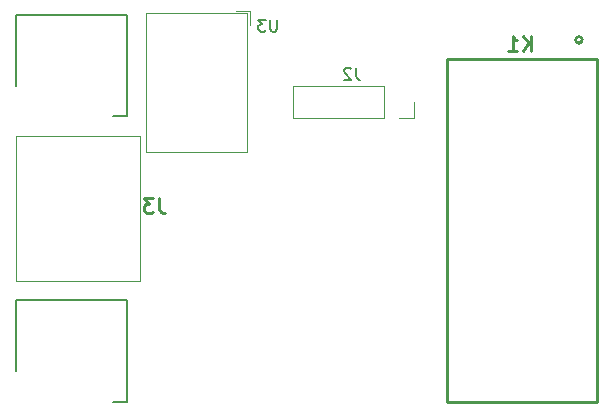
<source format=gbo>
%TF.GenerationSoftware,KiCad,Pcbnew,(5.1.10)-1*%
%TF.CreationDate,2022-04-04T21:04:04+02:00*%
%TF.ProjectId,Quickshifter3,51756963-6b73-4686-9966-746572332e6b,rev?*%
%TF.SameCoordinates,Original*%
%TF.FileFunction,Legend,Bot*%
%TF.FilePolarity,Positive*%
%FSLAX46Y46*%
G04 Gerber Fmt 4.6, Leading zero omitted, Abs format (unit mm)*
G04 Created by KiCad (PCBNEW (5.1.10)-1) date 2022-04-04 21:04:04*
%MOMM*%
%LPD*%
G01*
G04 APERTURE LIST*
%ADD10C,0.120000*%
%ADD11C,0.200000*%
%ADD12C,0.254000*%
%ADD13C,0.100000*%
%ADD14C,0.150000*%
%ADD15O,1.700000X1.700000*%
%ADD16R,1.700000X1.700000*%
%ADD17O,2.300000X1.500000*%
%ADD18R,2.300000X1.500000*%
%ADD19C,2.200000*%
%ADD20R,2.200000X2.200000*%
%ADD21C,2.100000*%
%ADD22O,2.500000X1.600000*%
G04 APERTURE END LIST*
D10*
X116135000Y-48605500D02*
X116135000Y-47275500D01*
X114805000Y-48605500D02*
X116135000Y-48605500D01*
X113535000Y-48605500D02*
X113535000Y-45945500D01*
X113535000Y-45945500D02*
X105855000Y-45945500D01*
X113535000Y-48605500D02*
X105855000Y-48605500D01*
X105855000Y-48605500D02*
X105855000Y-45945500D01*
X93386000Y-39777000D02*
X93386000Y-51498000D01*
X102006000Y-39777000D02*
X102006000Y-51498000D01*
X93386000Y-39777000D02*
X102006000Y-39777000D01*
X93386000Y-51498000D02*
X102006000Y-51498000D01*
X101006000Y-39537000D02*
X102246000Y-39537000D01*
X102246000Y-39537000D02*
X102246000Y-40777000D01*
D11*
X91798800Y-48491200D02*
X90598800Y-48491200D01*
X91798800Y-39891200D02*
X91798800Y-48491200D01*
X82398800Y-39891200D02*
X91798800Y-39891200D01*
X82398800Y-45891200D02*
X82398800Y-39891200D01*
D12*
X131632500Y-43652000D02*
X118932500Y-43652000D01*
X118932500Y-43652000D02*
X118932500Y-72652000D01*
X118932500Y-72652000D02*
X131632500Y-72652000D01*
X131632500Y-72652000D02*
X131632500Y-43652000D01*
X130353230Y-42023670D02*
G75*
G03*
X130353230Y-42023670I-279400J0D01*
G01*
D11*
X82398800Y-70072000D02*
X82398800Y-64072000D01*
X82398800Y-64072000D02*
X91798800Y-64072000D01*
X91798800Y-64072000D02*
X91798800Y-72672000D01*
X91798800Y-72672000D02*
X90598800Y-72672000D01*
D13*
X92904400Y-50143000D02*
X82404400Y-50143000D01*
X92904400Y-62443000D02*
X92904400Y-50143000D01*
X82404400Y-62443000D02*
X92904400Y-62443000D01*
X82404400Y-50143000D02*
X82404400Y-62443000D01*
D14*
X111201333Y-44378380D02*
X111201333Y-45092666D01*
X111248952Y-45235523D01*
X111344190Y-45330761D01*
X111487047Y-45378380D01*
X111582285Y-45378380D01*
X110772761Y-44473619D02*
X110725142Y-44426000D01*
X110629904Y-44378380D01*
X110391809Y-44378380D01*
X110296571Y-44426000D01*
X110248952Y-44473619D01*
X110201333Y-44568857D01*
X110201333Y-44664095D01*
X110248952Y-44806952D01*
X110820380Y-45378380D01*
X110201333Y-45378380D01*
X104517904Y-40314380D02*
X104517904Y-41123904D01*
X104470285Y-41219142D01*
X104422666Y-41266761D01*
X104327428Y-41314380D01*
X104136952Y-41314380D01*
X104041714Y-41266761D01*
X103994095Y-41219142D01*
X103946476Y-41123904D01*
X103946476Y-40314380D01*
X103565523Y-40314380D02*
X102946476Y-40314380D01*
X103279809Y-40695333D01*
X103136952Y-40695333D01*
X103041714Y-40742952D01*
X102994095Y-40790571D01*
X102946476Y-40885809D01*
X102946476Y-41123904D01*
X102994095Y-41219142D01*
X103041714Y-41266761D01*
X103136952Y-41314380D01*
X103422666Y-41314380D01*
X103517904Y-41266761D01*
X103565523Y-41219142D01*
D12*
X89903323Y-45467866D02*
X90810466Y-45467866D01*
X90991895Y-45407390D01*
X91112847Y-45286438D01*
X91173323Y-45105009D01*
X91173323Y-44984057D01*
X91173323Y-46737866D02*
X91173323Y-46012152D01*
X91173323Y-46375009D02*
X89903323Y-46375009D01*
X90084752Y-46254057D01*
X90205704Y-46133104D01*
X90266180Y-46012152D01*
X126029380Y-42960523D02*
X126029380Y-41690523D01*
X125303666Y-42960523D02*
X125847952Y-42234809D01*
X125303666Y-41690523D02*
X126029380Y-42416238D01*
X124094142Y-42960523D02*
X124819857Y-42960523D01*
X124457000Y-42960523D02*
X124457000Y-41690523D01*
X124577952Y-41871952D01*
X124698904Y-41992904D01*
X124819857Y-42053380D01*
X89903323Y-69648666D02*
X90810466Y-69648666D01*
X90991895Y-69588190D01*
X91112847Y-69467238D01*
X91173323Y-69285809D01*
X91173323Y-69164857D01*
X90326657Y-70797714D02*
X91173323Y-70797714D01*
X89842847Y-70495333D02*
X90749990Y-70192952D01*
X90749990Y-70979142D01*
X94527333Y-55406523D02*
X94527333Y-56313666D01*
X94587809Y-56495095D01*
X94708761Y-56616047D01*
X94890190Y-56676523D01*
X95011142Y-56676523D01*
X94043523Y-55406523D02*
X93257333Y-55406523D01*
X93680666Y-55890333D01*
X93499238Y-55890333D01*
X93378285Y-55950809D01*
X93317809Y-56011285D01*
X93257333Y-56132238D01*
X93257333Y-56434619D01*
X93317809Y-56555571D01*
X93378285Y-56616047D01*
X93499238Y-56676523D01*
X93862095Y-56676523D01*
X93983047Y-56616047D01*
X94043523Y-56555571D01*
%LPC*%
D15*
X107185000Y-47275500D03*
X109725000Y-47275500D03*
X112265000Y-47275500D03*
D16*
X114805000Y-47275500D03*
D17*
X99946000Y-48228000D03*
X99946000Y-45688000D03*
D18*
X99946000Y-43148000D03*
D19*
X90598800Y-42391200D03*
D20*
X90598800Y-45891200D03*
D21*
X129032500Y-46002000D03*
X129032500Y-61262000D03*
X129032500Y-66302000D03*
X129032500Y-71342000D03*
X121532500Y-71342000D03*
X121532500Y-66302000D03*
X121532500Y-61262000D03*
X121532500Y-46002000D03*
D20*
X90598800Y-70072000D03*
D19*
X90598800Y-66572000D03*
D22*
X90954400Y-52293000D03*
X90954400Y-54293000D03*
X90954400Y-56293000D03*
X90954400Y-58293000D03*
X90954400Y-60293000D03*
M02*

</source>
